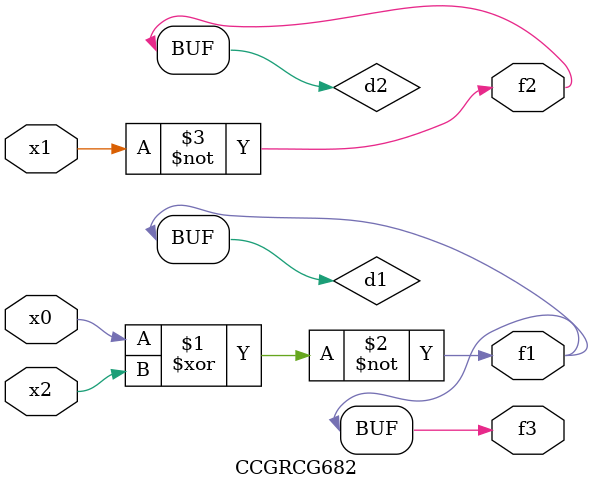
<source format=v>
module CCGRCG682(
	input x0, x1, x2,
	output f1, f2, f3
);

	wire d1, d2, d3;

	xnor (d1, x0, x2);
	nand (d2, x1);
	nor (d3, x1, x2);
	assign f1 = d1;
	assign f2 = d2;
	assign f3 = d1;
endmodule

</source>
